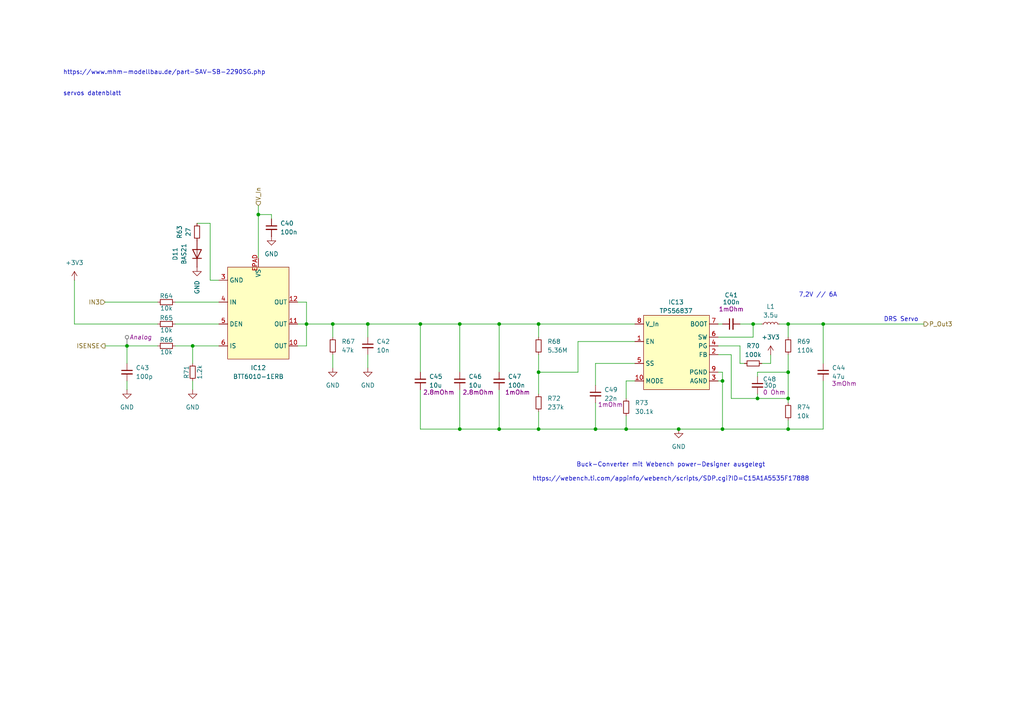
<source format=kicad_sch>
(kicad_sch (version 20231120) (generator "eeschema") (generator_version "8.0")
  (paper "A4")
  (title_block (title "PDU FT25") (date "2024-11-18") (rev "V1.0") (company "Janek Herm") (comment 1 "FaSTTUBe Electronics"))
  (lib_symbols
    (symbol "Device:C_Small" (pin_numbers hide) (pin_names (offset 0.254) hide)
      (property "Reference" "C" (at 0.254 1.778 0))
      (property "Value" "C_Small" (at 0.254 -2.032 0))
      (symbol "C_Small_0_1"
        (polyline (pts (xy -1.524 -0.508) (xy 1.524 -0.508)) (stroke (width 0.3302)))
        (polyline (pts (xy -1.524 0.508) (xy 1.524 0.508)) (stroke (width 0.3048)))
      )
      (symbol "C_Small_1_1"
        (pin passive line (at 0 2.54 270) (length 2.032) (name "~") (number "1"))
        (pin passive line (at 0 -2.54 90) (length 2.032) (name "~") (number "2"))
      )
    )
    (symbol "Device:L_Small" (pin_numbers hide) (pin_names (offset 0.254) hide)
      (property "Reference" "L" (at 0.762 1.016 0))
      (property "Value" "L_Small" (at 0.762 -1.016 0))
      (symbol "L_Small_0_1"
        (arc (start 0 -2.032) (mid 0.5058 -1.524) (end 0 -1.016))
        (arc (start 0 -1.016) (mid 0.5058 -0.508) (end 0 0))
        (arc (start 0 0) (mid 0.5058 0.508) (end 0 1.016))
        (arc (start 0 1.016) (mid 0.5058 1.524) (end 0 2.032))
      )
      (symbol "L_Small_1_1"
        (pin passive line (at 0 2.54 270) (length 0.508) (name "~") (number "1"))
        (pin passive line (at 0 -2.54 90) (length 0.508) (name "~") (number "2"))
      )
    )
    (symbol "Device:R_Small" (pin_numbers hide) (pin_names (offset 0.254) hide)
      (property "Reference" "R" (at 0.762 0.508 0))
      (property "Value" "R_Small" (at 0.762 -1.016 0))
      (symbol "R_Small_0_1"
        (rectangle (start -0.762 1.778) (end 0.762 -1.778) (stroke (width 0.2032)))
      )
      (symbol "R_Small_1_1"
        (pin passive line (at 0 2.54 270) (length 0.762) (name "~") (number "1"))
        (pin passive line (at 0 -2.54 90) (length 0.762) (name "~") (number "2"))
      )
    )
    (symbol "Diode:BAS21" (pin_numbers hide) (pin_names hide)
      (property "Reference" "D" (at 0 2.54 0))
      (property "Value" "BAS21" (at 0 -2.54 0))
      (symbol "BAS21_0_1"
        (polyline (pts (xy -1.27 1.27) (xy -1.27 -1.27)) (stroke (width 0.254)))
        (polyline (pts (xy 1.27 0) (xy -1.27 0)))
        (polyline (pts (xy 1.27 1.27) (xy 1.27 -1.27) (xy -1.27 0) (xy 1.27 1.27)) (stroke (width 0.254)))
      )
      (symbol "BAS21_1_1"
        (pin passive line (at 3.81 0 180) (length 2.54) (name "A") (number "1"))
        (pin no_connect line (at -1.27 0 0) (length 2.54) hide (name "NC") (number "2"))
        (pin passive line (at -3.81 0 0) (length 2.54) (name "K") (number "3"))
      )
    )
    (symbol "FaSTTUBe_Power-Switches:BTT6010-1ERB"
      (property "Reference" "IC" (at 0.254 -28.956 0))
      (property "Value" "BTT6010-1ERB" (at 0.508 -30.734 0))
      (symbol "BTT6010-1ERB_1_1"
        (rectangle (start -8.89 -1.27) (end 8.89 -27.94) (fill (type background)))
        (pin passive line (at 11.43 -24.13 180) (length 2.54) (name "OUT") (number "10"))
        (pin passive line (at 11.43 -17.78 180) (length 2.54) (name "OUT") (number "11"))
        (pin power_out line (at 11.43 -11.43 180) (length 2.54) (name "OUT") (number "12"))
        (pin output line (at -11.43 -5.08 0) (length 2.54) (name "GND") (number "3"))
        (pin input line (at -11.43 -11.43 0) (length 2.54) (name "IN") (number "4"))
        (pin input line (at -11.43 -17.78 0) (length 2.54) (name "DEN") (number "5"))
        (pin output line (at -11.43 -24.13 0) (length 2.54) (name "IS") (number "6"))
        (pin input line (at 0 1.27 270) (length 2.54) (name "VS") (number "EPAD"))
      )
    )
    (symbol "FaSTTUBe_Voltage_Regulators:TPS56837"
      (property "Reference" "IC" (at -3.556 10.922 0))
      (property "Value" "TPS56837" (at -3.302 8.636 0))
      (symbol "TPS56837_1_1"
        (rectangle (start -12.7 7.62) (end 6.35 -13.97) (fill (type background)))
        (pin input line (at -15.24 0 0) (length 2.54) (name "EN") (number "1"))
        (pin input line (at -15.24 -11.43 0) (length 2.54) (name "MODE") (number "10"))
        (pin input line (at 8.89 -3.81 180) (length 2.54) (name "FB") (number "2"))
        (pin input line (at 8.89 -11.43 180) (length 2.54) (name "AGND") (number "3"))
        (pin input line (at 8.89 -1.27 180) (length 2.54) (name "PG") (number "4"))
        (pin input line (at -15.24 -6.35 0) (length 2.54) (name "SS") (number "5"))
        (pin input line (at 8.89 1.27 180) (length 2.54) (name "SW") (number "6"))
        (pin input line (at 8.89 5.08 180) (length 2.54) (name "BOOT") (number "7"))
        (pin input line (at -15.24 5.08 0) (length 2.54) (name "V_In") (number "8"))
        (pin input line (at 8.89 -8.89 180) (length 2.54) (name "PGND") (number "9"))
      )
    )
    (symbol "power:+3.3V" (power) (pin_numbers hide) (pin_names (offset 0) hide)
      (property "Value" "+3.3V" (at 0 3.556 0))
      (symbol "+3.3V_0_1"
        (polyline (pts (xy -0.762 1.27) (xy 0 2.54)))
        (polyline (pts (xy 0 0) (xy 0 2.54)))
        (polyline (pts (xy 0 2.54) (xy 0.762 1.27)))
      )
      (symbol "+3.3V_1_1"
        (pin power_in line (at 0 0 90) (length 0) (name "~") (number "1"))
      )
    )
    (symbol "power:GND" (power) (pin_numbers hide) (pin_names (offset 0) hide)
      (property "Value" "GND" (at 0 -3.81 0))
      (symbol "GND_0_1"
        (polyline (pts (xy 0 0) (xy 0 -1.27) (xy 1.27 -1.27) (xy 0 -2.54) (xy -1.27 -1.27) (xy 0 -1.27)))
      )
      (symbol "GND_1_1"
        (pin power_in line (at 0 0 270) (length 0) (name "~") (number "1"))
      )
    )
  )
  (junction (at 156.21 124.46))
  (junction (at 133.35 93.98))
  (junction (at 181.61 124.46))
  (junction (at 218.44 93.98))
  (junction (at 96.52 93.98))
  (junction (at 121.92 93.98))
  (junction (at 238.76 93.98))
  (junction (at 144.78 93.98))
  (junction (at 219.71 115.57))
  (junction (at 228.6 93.98))
  (junction (at 156.21 107.95))
  (junction (at 209.55 110.49))
  (junction (at 74.93 62.23))
  (junction (at 55.88 100.33))
  (junction (at 106.68 93.98))
  (junction (at 144.78 124.46))
  (junction (at 133.35 124.46))
  (junction (at 228.6 124.46))
  (junction (at 36.83 100.33))
  (junction (at 172.72 124.46))
  (junction (at 196.85 124.46))
  (junction (at 156.21 93.98))
  (junction (at 209.55 124.46))
  (junction (at 228.6 107.95))
  (junction (at 228.6 115.57))
  (junction (at 88.9 93.98))
  (wire (pts (xy 50.8 87.63) (xy 63.5 87.63)))
  (wire (pts (xy 228.6 93.98) (xy 238.76 93.98)))
  (wire (pts (xy 228.6 93.98) (xy 228.6 97.79)))
  (wire (pts (xy 133.35 124.46) (xy 144.78 124.46)))
  (wire (pts (xy 219.71 115.57) (xy 228.6 115.57)))
  (wire (pts (xy 121.92 124.46) (xy 133.35 124.46)))
  (wire (pts (xy 208.28 100.33) (xy 214.63 100.33)))
  (wire (pts (xy 133.35 113.03) (xy 133.35 124.46)))
  (wire (pts (xy 228.6 107.95) (xy 228.6 115.57)))
  (wire (pts (xy 219.71 115.57) (xy 219.71 114.3)))
  (wire (pts (xy 156.21 93.98) (xy 156.21 97.79)))
  (wire (pts (xy 172.72 105.41) (xy 172.72 111.76)))
  (wire (pts (xy 60.96 64.77) (xy 60.96 81.28)))
  (wire (pts (xy 156.21 124.46) (xy 172.72 124.46)))
  (wire (pts (xy 96.52 102.87) (xy 96.52 106.68)))
  (wire (pts (xy 208.28 110.49) (xy 209.55 110.49)))
  (wire (pts (xy 106.68 102.87) (xy 106.68 106.68)))
  (wire (pts (xy 88.9 93.98) (xy 96.52 93.98)))
  (wire (pts (xy 208.28 93.98) (xy 209.55 93.98)))
  (wire (pts (xy 55.88 100.33) (xy 55.88 105.41)))
  (wire (pts (xy 60.96 64.77) (xy 57.15 64.77)))
  (wire (pts (xy 30.48 87.63) (xy 45.72 87.63)))
  (wire (pts (xy 156.21 102.87) (xy 156.21 107.95)))
  (wire (pts (xy 88.9 87.63) (xy 88.9 93.98)))
  (wire (pts (xy 50.8 93.98) (xy 63.5 93.98)))
  (wire (pts (xy 228.6 121.92) (xy 228.6 124.46)))
  (wire (pts (xy 212.09 115.57) (xy 219.71 115.57)))
  (wire (pts (xy 184.15 105.41) (xy 172.72 105.41)))
  (wire (pts (xy 121.92 113.03) (xy 121.92 124.46)))
  (wire (pts (xy 86.36 100.33) (xy 88.9 100.33)))
  (wire (pts (xy 106.68 93.98) (xy 121.92 93.98)))
  (wire (pts (xy 167.64 99.06) (xy 167.64 107.95)))
  (wire (pts (xy 156.21 93.98) (xy 184.15 93.98)))
  (wire (pts (xy 209.55 124.46) (xy 228.6 124.46)))
  (wire (pts (xy 181.61 124.46) (xy 196.85 124.46)))
  (wire (pts (xy 167.64 107.95) (xy 156.21 107.95)))
  (wire (pts (xy 172.72 124.46) (xy 181.61 124.46)))
  (wire (pts (xy 209.55 107.95) (xy 209.55 110.49)))
  (wire (pts (xy 50.8 100.33) (xy 55.88 100.33)))
  (wire (pts (xy 144.78 124.46) (xy 156.21 124.46)))
  (wire (pts (xy 55.88 100.33) (xy 63.5 100.33)))
  (wire (pts (xy 220.98 105.41) (xy 223.52 105.41)))
  (wire (pts (xy 209.55 110.49) (xy 209.55 124.46)))
  (wire (pts (xy 78.74 62.23) (xy 74.93 62.23)))
  (wire (pts (xy 36.83 100.33) (xy 45.72 100.33)))
  (wire (pts (xy 196.85 124.46) (xy 209.55 124.46)))
  (wire (pts (xy 214.63 100.33) (xy 214.63 105.41)))
  (wire (pts (xy 74.93 59.69) (xy 74.93 62.23)))
  (wire (pts (xy 36.83 100.33) (xy 36.83 105.41)))
  (wire (pts (xy 184.15 110.49) (xy 181.61 110.49)))
  (wire (pts (xy 208.28 107.95) (xy 209.55 107.95)))
  (wire (pts (xy 208.28 102.87) (xy 212.09 102.87)))
  (wire (pts (xy 238.76 110.49) (xy 238.76 124.46)))
  (wire (pts (xy 220.98 93.98) (xy 218.44 93.98)))
  (wire (pts (xy 238.76 93.98) (xy 238.76 105.41)))
  (wire (pts (xy 156.21 107.95) (xy 156.21 114.3)))
  (wire (pts (xy 212.09 102.87) (xy 212.09 115.57)))
  (wire (pts (xy 86.36 87.63) (xy 88.9 87.63)))
  (wire (pts (xy 238.76 93.98) (xy 267.97 93.98)))
  (wire (pts (xy 219.71 107.95) (xy 228.6 107.95)))
  (wire (pts (xy 121.92 93.98) (xy 121.92 107.95)))
  (wire (pts (xy 144.78 93.98) (xy 144.78 107.95)))
  (wire (pts (xy 223.52 105.41) (xy 223.52 102.87)))
  (wire (pts (xy 228.6 102.87) (xy 228.6 107.95)))
  (wire (pts (xy 30.48 100.33) (xy 36.83 100.33)))
  (wire (pts (xy 144.78 113.03) (xy 144.78 124.46)))
  (wire (pts (xy 218.44 97.79) (xy 218.44 93.98)))
  (wire (pts (xy 156.21 119.38) (xy 156.21 124.46)))
  (wire (pts (xy 214.63 105.41) (xy 215.9 105.41)))
  (wire (pts (xy 214.63 93.98) (xy 218.44 93.98)))
  (wire (pts (xy 181.61 110.49) (xy 181.61 115.57)))
  (wire (pts (xy 106.68 93.98) (xy 106.68 97.79)))
  (wire (pts (xy 228.6 124.46) (xy 238.76 124.46)))
  (wire (pts (xy 219.71 107.95) (xy 219.71 109.22)))
  (wire (pts (xy 96.52 93.98) (xy 106.68 93.98)))
  (wire (pts (xy 21.59 93.98) (xy 21.59 81.28)))
  (wire (pts (xy 96.52 93.98) (xy 96.52 97.79)))
  (wire (pts (xy 133.35 93.98) (xy 133.35 107.95)))
  (wire (pts (xy 121.92 93.98) (xy 133.35 93.98)))
  (wire (pts (xy 184.15 99.06) (xy 167.64 99.06)))
  (wire (pts (xy 74.93 62.23) (xy 74.93 74.93)))
  (wire (pts (xy 86.36 93.98) (xy 88.9 93.98)))
  (wire (pts (xy 228.6 115.57) (xy 228.6 116.84)))
  (wire (pts (xy 36.83 110.49) (xy 36.83 113.03)))
  (wire (pts (xy 208.28 97.79) (xy 218.44 97.79)))
  (wire (pts (xy 226.06 93.98) (xy 228.6 93.98)))
  (wire (pts (xy 181.61 120.65) (xy 181.61 124.46)))
  (wire (pts (xy 88.9 100.33) (xy 88.9 93.98)))
  (wire (pts (xy 78.74 62.23) (xy 78.74 63.5)))
  (wire (pts (xy 21.59 93.98) (xy 45.72 93.98)))
  (wire (pts (xy 133.35 93.98) (xy 144.78 93.98)))
  (wire (pts (xy 55.88 110.49) (xy 55.88 113.03)))
  (wire (pts (xy 60.96 81.28) (xy 63.5 81.28)))
  (wire (pts (xy 172.72 116.84) (xy 172.72 124.46)))
  (wire (pts (xy 144.78 93.98) (xy 156.21 93.98)))
  (text "https://www.mhm-modellbau.de/part-SAV-SB-2290SG.php\n\n\nservos datenblatt" (at 18.288 27.94 0) (effects (font (size 1.27 1.27)) (justify left bottom)))
  (text "7,2V // 6A" (at 237.236 85.598 0) (effects (font (size 1.27 1.27))))
  (text "Buck-Converter mit Webench power-Designer ausgelegt\n\nhttps://webench.ti.com/appinfo/webench/scripts/SDP.cgi?ID=C15A1A5535F17888" (at 194.564 136.906 0) (effects (font (size 1.27 1.27))))
  (text "DRS Servo" (at 261.366 92.71 0) (effects (font (size 1.27 1.27))))
  (hierarchical_label "P_Out3" (shape output) (at 267.97 93.98 0))
  (hierarchical_label "ISENSE" (shape output) (at 30.48 100.33 180))
  (hierarchical_label "V_In" (shape input) (at 74.93 59.69 90))
  (hierarchical_label "IN3" (shape input) (at 30.48 87.63 180))
  (netclass_flag "" (length 2.54) (shape round) (at 36.83 100.33 0) (property "Netclass" "Analog" (at 37.5285 97.79 0) (effects (font (italic yes)) (justify left))))
  (symbol (lib_id "Device:C_Small") (at 219.71 111.76 0) (unit 1)
    (property "Reference" "C48" (at 221.234 109.9882 0) (effects (justify left)))
    (property "Value" "30p" (at 221.488 111.7662 0) (effects (justify left)))
    (property "Footprint" "Capacitor_SMD:C_0603_1608Metric_Pad1.08x0.95mm_HandSolder" (effects (hide yes)))
    (property "Description" "Unpolarized capacitor, small symbol" (effects (hide yes)))
    (property "Resistance" "0 Ohm" (at 224.536 113.792 0))
  )
  (symbol (lib_id "Device:R_Small") (at 57.15 67.31 180) (unit 1)
    (property "Reference" "R63" (at 52.07 67.31 90))
    (property "Value" "27" (at 54.61 67.31 90))
    (property "Footprint" "Resistor_SMD:R_0603_1608Metric_Pad0.98x0.95mm_HandSolder" (effects (hide yes)))
    (property "Description" "Resistor, small symbol" (effects (hide yes)))
  )
  (symbol (lib_id "Device:R_Small") (at 156.21 100.33 0) (unit 1)
    (property "Reference" "R68" (at 158.75 99.0599 0) (effects (justify left)))
    (property "Value" "5.36M" (at 158.75 101.5999 0) (effects (justify left)))
    (property "Footprint" "Resistor_SMD:R_0603_1608Metric_Pad0.98x0.95mm_HandSolder" (effects (hide yes)))
    (property "Description" "Resistor, small symbol" (effects (hide yes)))
  )
  (symbol (lib_id "Device:C_Small") (at 144.78 110.49 0) (unit 1)
    (property "Reference" "C47" (at 147.32 109.2262 0) (effects (justify left)))
    (property "Value" "100n" (at 147.32 111.7662 0) (effects (justify left)))
    (property "Footprint" "Capacitor_SMD:C_0805_2012Metric_Pad1.18x1.45mm_HandSolder" (effects (hide yes)))
    (property "Description" "Unpolarized capacitor, small symbol" (effects (hide yes)))
    (property "Resistance" "1mOhm" (at 150.114 113.792 0))
  )
  (symbol (lib_id "power:GND") (at 36.83 113.03 0) (unit 1)
    (property "Reference" "#PWR0102" (effects (hide yes)))
    (property "Value" "GND" (at 36.83 118.11 0))
    (property "Description" "Power symbol creates a global label with name \"GND\" , ground" (effects (hide yes)))
  )
  (symbol (lib_id "Device:C_Small") (at 121.92 110.49 0) (unit 1)
    (property "Reference" "C45" (at 124.46 109.2262 0) (effects (justify left)))
    (property "Value" "10u" (at 124.46 111.7662 0) (effects (justify left)))
    (property "Footprint" "Capacitor_SMD:C_1210_3225Metric_Pad1.33x2.70mm_HandSolder" (effects (hide yes)))
    (property "Description" "Unpolarized capacitor, small symbol" (effects (hide yes)))
    (property "Resistance" "2.8mOhm" (at 127.254 113.792 0))
  )
  (symbol (lib_id "Device:R_Small") (at 48.26 100.33 270) (unit 1)
    (property "Reference" "R66" (at 48.26 98.552 90))
    (property "Value" "10k" (at 48.26 102.108 90))
    (property "Footprint" "Resistor_SMD:R_0603_1608Metric_Pad0.98x0.95mm_HandSolder" (effects (hide yes)))
    (property "Description" "Resistor, small symbol" (effects (hide yes)))
  )
  (symbol (lib_id "power:GND") (at 106.68 106.68 0) (unit 1)
    (property "Reference" "#PWR0101" (effects (hide yes)))
    (property "Value" "GND" (at 106.68 111.76 0))
    (property "Description" "Power symbol creates a global label with name \"GND\" , ground" (effects (hide yes)))
  )
  (symbol (lib_id "Device:L_Small") (at 223.52 93.98 90) (unit 1)
    (property "Reference" "L1" (at 223.52 88.9 90))
    (property "Value" "3.5u" (at 223.52 91.44 90))
    (property "Footprint" "WE-PD:WE-PD_1260_1245_1280_121054" (effects (hide yes)))
    (property "Datasheet" "https://www.we-online.com/components/products/datasheet/7447709003.pdf" (effects (hide yes)))
    (property "Description" "Inductor, small symbol" (effects (hide yes)))
  )
  (symbol (lib_id "power:GND") (at 55.88 113.03 0) (unit 1)
    (property "Reference" "#PWR0103" (effects (hide yes)))
    (property "Value" "GND" (at 55.88 118.11 0))
    (property "Description" "Power symbol creates a global label with name \"GND\" , ground" (effects (hide yes)))
  )
  (symbol (lib_id "power:+3.3V") (at 21.59 81.28 0) (unit 1)
    (property "Reference" "#PWR098" (effects (hide yes)))
    (property "Value" "+3V3" (at 21.59 76.2 0))
    (property "Description" "Power symbol creates a global label with name \"+3.3V\"" (effects (hide yes)))
  )
  (symbol (lib_id "Device:R_Small") (at 228.6 119.38 0) (unit 1)
    (property "Reference" "R74" (at 231.14 118.1099 0) (effects (justify left)))
    (property "Value" "10k" (at 231.14 120.6499 0) (effects (justify left)))
    (property "Footprint" "Resistor_SMD:R_0603_1608Metric_Pad0.98x0.95mm_HandSolder" (effects (hide yes)))
    (property "Description" "Resistor, small symbol" (effects (hide yes)))
  )
  (symbol (lib_id "Device:R_Small") (at 48.26 93.98 270) (unit 1)
    (property "Reference" "R65" (at 48.26 92.202 90))
    (property "Value" "10k" (at 48.26 95.758 90))
    (property "Footprint" "Resistor_SMD:R_0603_1608Metric_Pad0.98x0.95mm_HandSolder" (effects (hide yes)))
    (property "Description" "Resistor, small symbol" (effects (hide yes)))
  )
  (symbol (lib_id "Device:C_Small") (at 78.74 66.04 0) (unit 1)
    (property "Reference" "C40" (at 81.28 64.7762 0) (effects (justify left)))
    (property "Value" "100n" (at 81.28 67.3162 0) (effects (justify left)))
    (property "Footprint" "Capacitor_SMD:C_0603_1608Metric_Pad1.08x0.95mm_HandSolder" (effects (hide yes)))
    (property "Description" "Unpolarized capacitor, small symbol" (effects (hide yes)))
  )
  (symbol (lib_id "Device:C_Small") (at 212.09 93.98 90) (unit 1)
    (property "Reference" "C41" (at 212.0963 85.598 90))
    (property "Value" "100n" (at 212.0963 87.63 90))
    (property "Footprint" "Capacitor_SMD:C_0402_1005Metric_Pad0.74x0.62mm_HandSolder" (effects (hide yes)))
    (property "Description" "Unpolarized capacitor, small symbol" (effects (hide yes)))
    (property "Resistance" "1mOhm" (at 212.09 89.662 90))
  )
  (symbol (lib_id "Device:R_Small") (at 218.44 105.41 90) (unit 1)
    (property "Reference" "R70" (at 218.44 100.33 90))
    (property "Value" "100k" (at 218.44 102.87 90))
    (property "Footprint" "Resistor_SMD:R_0603_1608Metric_Pad0.98x0.95mm_HandSolder" (effects (hide yes)))
    (property "Description" "Resistor, small symbol" (effects (hide yes)))
  )
  (symbol (lib_id "Diode:BAS21") (at 57.15 73.66 90) (unit 1)
    (property "Reference" "D11" (at 50.8 73.66 0))
    (property "Value" "BAS21" (at 53.34 73.66 0))
    (property "Footprint" "Package_TO_SOT_SMD:SOT-23" (effects (hide yes)))
    (property "Datasheet" "https://www.diodes.com/assets/Datasheets/Ds12004.pdf" (effects (hide yes)))
    (property "Description" "250V, 0.4A, High-speed Switching Diode, SOT-23" (effects (hide yes)))
  )
  (symbol (lib_id "power:GND") (at 196.85 124.46 0) (unit 1)
    (property "Reference" "#PWR0104" (effects (hide yes)))
    (property "Value" "GND" (at 196.85 129.54 0))
    (property "Description" "Power symbol creates a global label with name \"GND\" , ground" (effects (hide yes)))
  )
  (symbol (lib_id "Device:R_Small") (at 96.52 100.33 0) (unit 1)
    (property "Reference" "R67" (at 99.06 99.0599 0) (effects (justify left)))
    (property "Value" "47k" (at 99.06 101.5999 0) (effects (justify left)))
    (property "Footprint" "Resistor_SMD:R_0603_1608Metric_Pad0.98x0.95mm_HandSolder" (effects (hide yes)))
    (property "Description" "Resistor, small symbol" (effects (hide yes)))
  )
  (symbol (lib_id "Device:R_Small") (at 48.26 87.63 270) (unit 1)
    (property "Reference" "R64" (at 48.26 85.852 90))
    (property "Value" "10k" (at 48.26 89.408 90))
    (property "Footprint" "Resistor_SMD:R_0603_1608Metric_Pad0.98x0.95mm_HandSolder" (effects (hide yes)))
    (property "Description" "Resistor, small symbol" (effects (hide yes)))
  )
  (symbol (lib_id "Device:C_Small") (at 238.76 107.95 0) (unit 1)
    (property "Reference" "C44" (at 241.3 106.6862 0) (effects (justify left)))
    (property "Value" "47u" (at 241.3 109.2262 0) (effects (justify left)))
    (property "Footprint" "Capacitor_SMD:C_1210_3225Metric_Pad1.33x2.70mm_HandSolder" (effects (hide yes)))
    (property "Description" "Unpolarized capacitor, small symbol" (effects (hide yes)))
    (property "Resistance" "3mOhm" (at 244.856 111.252 0))
  )
  (symbol (lib_id "FaSTTUBe_Voltage_Regulators:TPS56837") (at 199.39 99.06 0) (unit 1)
    (property "Reference" "IC13" (at 196.088 87.63 0))
    (property "Value" "TPS56837" (at 196.088 90.17 0))
    (property "Footprint" "FaSTTUBe_Voltage_Regulators:RPA0010A-MFG" (effects (hide yes)))
    (property "Datasheet" "https://www.ti.com/lit/ds/symlink/tps56837.pdf?ts=1731338435977" (effects (hide yes)))
  )
  (symbol (lib_id "Device:R_Small") (at 228.6 100.33 0) (unit 1)
    (property "Reference" "R69" (at 231.14 99.0599 0) (effects (justify left)))
    (property "Value" "110k" (at 231.14 101.5999 0) (effects (justify left)))
    (property "Footprint" "Resistor_SMD:R_0603_1608Metric_Pad0.98x0.95mm_HandSolder" (effects (hide yes)))
    (property "Description" "Resistor, small symbol" (effects (hide yes)))
  )
  (symbol (lib_id "Device:R_Small") (at 181.61 118.11 0) (unit 1)
    (property "Reference" "R73" (at 184.15 116.8399 0) (effects (justify left)))
    (property "Value" "30.1k" (at 184.15 119.3799 0) (effects (justify left)))
    (property "Footprint" "Resistor_SMD:R_0603_1608Metric_Pad0.98x0.95mm_HandSolder" (effects (hide yes)))
    (property "Description" "Resistor, small symbol" (effects (hide yes)))
  )
  (symbol (lib_id "power:GND") (at 78.74 68.58 0) (unit 1)
    (property "Reference" "#PWR096" (effects (hide yes)))
    (property "Value" "GND" (at 78.74 73.66 0))
    (property "Description" "Power symbol creates a global label with name \"GND\" , ground" (effects (hide yes)))
  )
  (symbol (lib_id "FaSTTUBe_Power-Switches:BTT6010-1ERB") (at 74.93 76.2 0) (unit 1)
    (property "Reference" "IC12" (at 74.93 106.68 0))
    (property "Value" "BTT6010-1ERB" (at 74.93 109.22 0))
    (property "Footprint" "BTT6010-1ERB:SOIC14_BTT6010-1ERB_INF" (effects (hide yes)))
    (property "Datasheet" "https://www.infineon.com/dgdl/Infineon-BTT6010-1ERB-DS-v01_00-EN.pdf?fileId=5546d46269e1c019016a21e80b080d7a" (effects (hide yes)))
  )
  (symbol (lib_id "power:GND") (at 96.52 106.68 0) (unit 1)
    (property "Reference" "#PWR0100" (effects (hide yes)))
    (property "Value" "GND" (at 96.52 111.76 0))
    (property "Description" "Power symbol creates a global label with name \"GND\" , ground" (effects (hide yes)))
  )
  (symbol (lib_id "Device:C_Small") (at 133.35 110.49 0) (unit 1)
    (property "Reference" "C46" (at 135.89 109.2262 0) (effects (justify left)))
    (property "Value" "10u" (at 135.89 111.7662 0) (effects (justify left)))
    (property "Footprint" "Capacitor_SMD:C_1210_3225Metric_Pad1.33x2.70mm_HandSolder" (effects (hide yes)))
    (property "Description" "Unpolarized capacitor, small symbol" (effects (hide yes)))
    (property "Resistance" "2.8mOhm" (at 138.684 113.792 0))
  )
  (symbol (lib_id "Device:R_Small") (at 156.21 116.84 0) (unit 1)
    (property "Reference" "R72" (at 158.75 115.5699 0) (effects (justify left)))
    (property "Value" "237k" (at 158.75 118.1099 0) (effects (justify left)))
    (property "Footprint" "Resistor_SMD:R_0603_1608Metric_Pad0.98x0.95mm_HandSolder" (effects (hide yes)))
    (property "Description" "Resistor, small symbol" (effects (hide yes)))
  )
  (symbol (lib_id "power:+3.3V") (at 223.52 102.87 0) (unit 1)
    (property "Reference" "#PWR099" (effects (hide yes)))
    (property "Value" "+3V3" (at 223.52 97.79 0))
    (property "Description" "Power symbol creates a global label with name \"+3.3V\"" (effects (hide yes)))
  )
  (symbol (lib_id "Device:R_Small") (at 55.88 107.95 0) (unit 1)
    (property "Reference" "R71" (at 54.102 107.95 90))
    (property "Value" "1.2k" (at 57.912 107.95 90))
    (property "Footprint" "Resistor_SMD:R_0603_1608Metric_Pad0.98x0.95mm_HandSolder" (effects (hide yes)))
    (property "Description" "Resistor, small symbol" (effects (hide yes)))
  )
  (symbol (lib_id "Device:C_Small") (at 106.68 100.33 0) (unit 1)
    (property "Reference" "C42" (at 109.22 99.0662 0) (effects (justify left)))
    (property "Value" "10n" (at 109.22 101.6062 0) (effects (justify left)))
    (property "Footprint" "Capacitor_SMD:C_0603_1608Metric_Pad1.08x0.95mm_HandSolder" (effects (hide yes)))
    (property "Description" "Unpolarized capacitor, small symbol" (effects (hide yes)))
  )
  (symbol (lib_id "Device:C_Small") (at 172.72 114.3 0) (unit 1)
    (property "Reference" "C49" (at 175.26 113.0362 0) (effects (justify left)))
    (property "Value" "22n" (at 175.26 115.5762 0) (effects (justify left)))
    (property "Footprint" "Capacitor_SMD:C_0402_1005Metric_Pad0.74x0.62mm_HandSolder" (effects (hide yes)))
    (property "Description" "Unpolarized capacitor, small symbol" (effects (hide yes)))
    (property "Resistance" "1mOhm" (at 177.038 117.348 0))
  )
  (symbol (lib_id "Device:C_Small") (at 36.83 107.95 0) (unit 1)
    (property "Reference" "C43" (at 39.37 106.6862 0) (effects (justify left)))
    (property "Value" "100p" (at 39.37 109.2262 0) (effects (justify left)))
    (property "Footprint" "Capacitor_SMD:C_0603_1608Metric_Pad1.08x0.95mm_HandSolder" (effects (hide yes)))
    (property "Description" "Unpolarized capacitor, small symbol" (effects (hide yes)))
  )
  (symbol (lib_id "power:GND") (at 57.15 77.47 0) (unit 1)
    (property "Reference" "#PWR097" (effects (hide yes)))
    (property "Value" "GND" (at 57.1499 81.28 90) (effects (justify right)))
    (property "Description" "Power symbol creates a global label with name \"GND\" , ground" (effects (hide yes)))
  )
)
</source>
